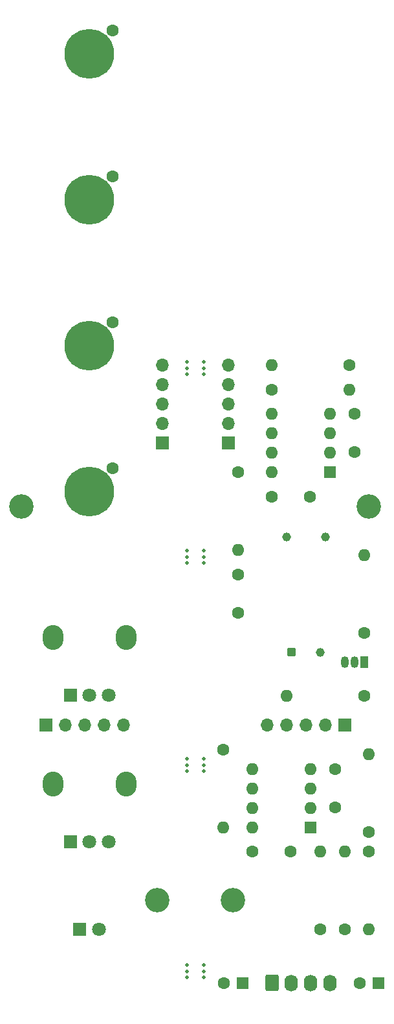
<source format=gts>
%TF.GenerationSoftware,KiCad,Pcbnew,(5.1.8-0-10_14)*%
%TF.CreationDate,2021-07-08T18:32:03+01:00*%
%TF.ProjectId,4u-music-thing-vactrol-crossfader,34752d6d-7573-4696-932d-7468696e672d,rev?*%
%TF.SameCoordinates,Original*%
%TF.FileFunction,Soldermask,Top*%
%TF.FilePolarity,Negative*%
%FSLAX46Y46*%
G04 Gerber Fmt 4.6, Leading zero omitted, Abs format (unit mm)*
G04 Created by KiCad (PCBNEW (5.1.8-0-10_14)) date 2021-07-08 18:32:03*
%MOMM*%
%LPD*%
G01*
G04 APERTURE LIST*
%ADD10C,0.500000*%
%ADD11C,1.150000*%
%ADD12O,1.600000X1.600000*%
%ADD13R,1.600000X1.600000*%
%ADD14C,1.600000*%
%ADD15O,1.700000X1.700000*%
%ADD16R,1.700000X1.700000*%
%ADD17R,1.050000X1.500000*%
%ADD18O,1.050000X1.500000*%
%ADD19C,3.200000*%
%ADD20O,2.720000X3.240000*%
%ADD21C,1.800000*%
%ADD22R,1.800000X1.800000*%
%ADD23C,6.500000*%
%ADD24O,1.740000X2.190000*%
G04 APERTURE END LIST*
D10*
%TO.C,mouse-bite-2.54mm-slot*%
X114257000Y-157061000D03*
X114257000Y-158661000D03*
X112057000Y-158661000D03*
X112057000Y-157061000D03*
X114257000Y-157861000D03*
X112057000Y-157861000D03*
%TD*%
%TO.C,mouse-bite-2.54mm-slot*%
X114257000Y-130137000D03*
X114257000Y-131737000D03*
X112057000Y-131737000D03*
X112057000Y-130137000D03*
X114257000Y-130937000D03*
X112057000Y-130937000D03*
%TD*%
%TO.C,mouse-bite-2.54mm-slot*%
X114257000Y-102959000D03*
X114257000Y-104559000D03*
X112057000Y-104559000D03*
X112057000Y-102959000D03*
X114257000Y-103759000D03*
X112057000Y-103759000D03*
%TD*%
%TO.C,mouse-bite-2.54mm-slot*%
X114257000Y-78321000D03*
X114257000Y-79921000D03*
X112057000Y-79921000D03*
X112057000Y-78321000D03*
X114257000Y-79121000D03*
X112057000Y-79121000D03*
%TD*%
D11*
%TO.C,U2*%
X129540000Y-116205000D03*
X130180000Y-101205000D03*
X125100000Y-101205000D03*
G36*
G01*
X126027500Y-116780000D02*
X125452500Y-116780000D01*
G75*
G02*
X125165000Y-116492500I0J287500D01*
G01*
X125165000Y-115917500D01*
G75*
G02*
X125452500Y-115630000I287500J0D01*
G01*
X126027500Y-115630000D01*
G75*
G02*
X126315000Y-115917500I0J-287500D01*
G01*
X126315000Y-116492500D01*
G75*
G02*
X126027500Y-116780000I-287500J0D01*
G01*
G37*
%TD*%
D12*
%TO.C,U3*%
X123190000Y-92710000D03*
X130810000Y-85090000D03*
X123190000Y-90170000D03*
X130810000Y-87630000D03*
X123190000Y-87630000D03*
X130810000Y-90170000D03*
X123190000Y-85090000D03*
D13*
X130810000Y-92710000D03*
%TD*%
D12*
%TO.C,U1*%
X120650000Y-139065000D03*
X128270000Y-131445000D03*
X120650000Y-136525000D03*
X128270000Y-133985000D03*
X120650000Y-133985000D03*
X128270000Y-136525000D03*
X120650000Y-131445000D03*
D13*
X128270000Y-139065000D03*
%TD*%
D14*
%TO.C,C7*%
X131445000Y-131445000D03*
X131445000Y-136445000D03*
%TD*%
%TO.C,C6*%
X125650000Y-142240000D03*
X120650000Y-142240000D03*
%TD*%
D15*
%TO.C,J9*%
X103759000Y-125730000D03*
X101219000Y-125730000D03*
X98679000Y-125730000D03*
X96139000Y-125730000D03*
D16*
X93599000Y-125730000D03*
%TD*%
D15*
%TO.C,J8*%
X122555000Y-125730000D03*
X125095000Y-125730000D03*
X127635000Y-125730000D03*
X130175000Y-125730000D03*
D16*
X132715000Y-125730000D03*
%TD*%
D15*
%TO.C,J7*%
X108839000Y-78740000D03*
X108839000Y-81280000D03*
X108839000Y-83820000D03*
X108839000Y-86360000D03*
D16*
X108839000Y-88900000D03*
%TD*%
D15*
%TO.C,J6*%
X117475000Y-78740000D03*
X117475000Y-81280000D03*
X117475000Y-83820000D03*
X117475000Y-86360000D03*
D16*
X117475000Y-88900000D03*
%TD*%
D14*
%TO.C,C3*%
X133985000Y-85090000D03*
X133985000Y-90090000D03*
%TD*%
%TO.C,C2*%
X128190000Y-95885000D03*
X123190000Y-95885000D03*
%TD*%
%TO.C,C1*%
X118745000Y-106045000D03*
X118745000Y-111045000D03*
%TD*%
D17*
%TO.C,Q1*%
X135255000Y-117475000D03*
D18*
X132715000Y-117475000D03*
X133985000Y-117475000D03*
%TD*%
D19*
%TO.C,REF\u002A\u002A*%
X118110000Y-148590000D03*
%TD*%
%TO.C,REF\u002A\u002A*%
X108204000Y-148590000D03*
%TD*%
%TO.C,REF\u002A\u002A*%
X135890000Y-97155000D03*
%TD*%
%TO.C,REF\u002A\u002A*%
X90424000Y-97155000D03*
%TD*%
D20*
%TO.C,RV2*%
X94514000Y-133470000D03*
X104114000Y-133470000D03*
D21*
X101814000Y-140970000D03*
X99314000Y-140970000D03*
D22*
X96814000Y-140970000D03*
%TD*%
D20*
%TO.C,RV1*%
X94514000Y-114300000D03*
X104114000Y-114300000D03*
D21*
X101814000Y-121800000D03*
X99314000Y-121800000D03*
D22*
X96814000Y-121800000D03*
%TD*%
D12*
%TO.C,R10*%
X116840000Y-139065000D03*
D14*
X116840000Y-128905000D03*
%TD*%
D12*
%TO.C,R9*%
X135255000Y-103505000D03*
D14*
X135255000Y-113665000D03*
%TD*%
D12*
%TO.C,R8*%
X135890000Y-129540000D03*
D14*
X135890000Y-139700000D03*
%TD*%
%TO.C,R7*%
X118745000Y-92710000D03*
D12*
X118745000Y-102870000D03*
%TD*%
%TO.C,R6*%
X125095000Y-121920000D03*
D14*
X135255000Y-121920000D03*
%TD*%
D12*
%TO.C,R5*%
X135890000Y-152400000D03*
D14*
X135890000Y-142240000D03*
%TD*%
D12*
%TO.C,R4*%
X129540000Y-142240000D03*
D14*
X129540000Y-152400000D03*
%TD*%
D12*
%TO.C,R3*%
X132715000Y-142240000D03*
D14*
X132715000Y-152400000D03*
%TD*%
%TO.C,R2*%
X133350000Y-78740000D03*
D12*
X123190000Y-78740000D03*
%TD*%
%TO.C,R1*%
X133350000Y-81915000D03*
D14*
X123190000Y-81915000D03*
%TD*%
%TO.C,J5*%
X102362000Y-35052000D03*
D23*
X99314000Y-38100000D03*
%TD*%
D24*
%TO.C,J4*%
X130810000Y-159385000D03*
X128270000Y-159385000D03*
X125730000Y-159385000D03*
G36*
G01*
X122320000Y-160230001D02*
X122320000Y-158539999D01*
G75*
G02*
X122569999Y-158290000I249999J0D01*
G01*
X123810001Y-158290000D01*
G75*
G02*
X124060000Y-158539999I0J-249999D01*
G01*
X124060000Y-160230001D01*
G75*
G02*
X123810001Y-160480000I-249999J0D01*
G01*
X122569999Y-160480000D01*
G75*
G02*
X122320000Y-160230001I0J249999D01*
G01*
G37*
%TD*%
D14*
%TO.C,J3*%
X102362000Y-92202000D03*
D23*
X99314000Y-95250000D03*
%TD*%
D14*
%TO.C,J2*%
X102362000Y-73152000D03*
D23*
X99314000Y-76200000D03*
%TD*%
D14*
%TO.C,J1*%
X102362000Y-54102000D03*
D23*
X99314000Y-57150000D03*
%TD*%
D21*
%TO.C,D1*%
X100584000Y-152400000D03*
D22*
X98044000Y-152400000D03*
%TD*%
D14*
%TO.C,C5*%
X134660000Y-159385000D03*
D13*
X137160000Y-159385000D03*
%TD*%
D14*
%TO.C,C4*%
X116880000Y-159385000D03*
D13*
X119380000Y-159385000D03*
%TD*%
M02*

</source>
